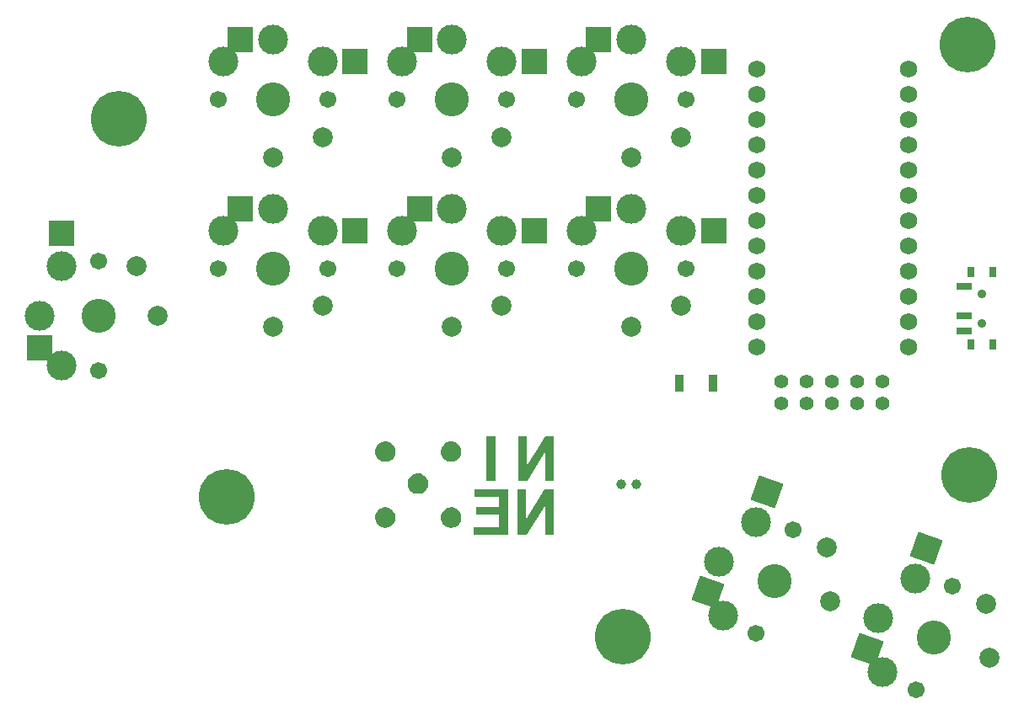
<source format=gbs>
G04 #@! TF.GenerationSoftware,KiCad,Pcbnew,(6.0.8-1)-1*
G04 #@! TF.CreationDate,2022-11-22T18:51:54+00:00*
G04 #@! TF.ProjectId,nine-nano-no-jumpers,6e696e65-2d6e-4616-9e6f-2d6e6f2d6a75,v1.0.0*
G04 #@! TF.SameCoordinates,Original*
G04 #@! TF.FileFunction,Soldermask,Bot*
G04 #@! TF.FilePolarity,Negative*
%FSLAX46Y46*%
G04 Gerber Fmt 4.6, Leading zero omitted, Abs format (unit mm)*
G04 Created by KiCad (PCBNEW (6.0.8-1)-1) date 2022-11-22 18:51:54*
%MOMM*%
%LPD*%
G01*
G04 APERTURE LIST*
G04 Aperture macros list*
%AMRotRect*
0 Rectangle, with rotation*
0 The origin of the aperture is its center*
0 $1 length*
0 $2 width*
0 $3 Rotation angle, in degrees counterclockwise*
0 Add horizontal line*
21,1,$1,$2,0,0,$3*%
G04 Aperture macros list end*
%ADD10C,1.752600*%
%ADD11C,5.600000*%
%ADD12C,1.397000*%
%ADD13C,3.429000*%
%ADD14C,1.701800*%
%ADD15C,3.000000*%
%ADD16R,2.600000X2.600000*%
%ADD17C,2.000000*%
%ADD18R,0.800000X1.000000*%
%ADD19C,0.900000*%
%ADD20R,1.500000X0.700000*%
%ADD21C,1.000000*%
%ADD22RotRect,2.600000X2.600000X70.500000*%
%ADD23R,0.900000X1.700000*%
G04 APERTURE END LIST*
G04 #@! TO.C,G\u002A\u002A\u002A*
G36*
X144453613Y-116987997D02*
G01*
X144455827Y-118503028D01*
X145384241Y-116988042D01*
X146312655Y-115473055D01*
X147210413Y-115472965D01*
X147210413Y-120027448D01*
X146352119Y-120027448D01*
X146347689Y-117068078D01*
X144518409Y-120027448D01*
X143593103Y-120027448D01*
X143593103Y-115472965D01*
X144451398Y-115472965D01*
X144453613Y-116987997D01*
G37*
G36*
X136990790Y-110651500D02*
G01*
X137118383Y-110669102D01*
X137245072Y-110704082D01*
X137371229Y-110756511D01*
X137385728Y-110763688D01*
X137500905Y-110831358D01*
X137605063Y-110912143D01*
X137697353Y-111004953D01*
X137776926Y-111108698D01*
X137842933Y-111222290D01*
X137894525Y-111344639D01*
X137930854Y-111474655D01*
X137936741Y-111506036D01*
X137946606Y-111588781D01*
X137950550Y-111677277D01*
X137948393Y-111764178D01*
X137939953Y-111842142D01*
X137925822Y-111913253D01*
X137887710Y-112039923D01*
X137835044Y-112158930D01*
X137768901Y-112269255D01*
X137690358Y-112369880D01*
X137600494Y-112459786D01*
X137500384Y-112537955D01*
X137391106Y-112603369D01*
X137273737Y-112655008D01*
X137149355Y-112691855D01*
X137019037Y-112712890D01*
X136935827Y-112717617D01*
X136805613Y-112711741D01*
X136679791Y-112690164D01*
X136559409Y-112653837D01*
X136445516Y-112603706D01*
X136339161Y-112540720D01*
X136241392Y-112465828D01*
X136153259Y-112379978D01*
X136075810Y-112284118D01*
X136010094Y-112179197D01*
X135957158Y-112066163D01*
X135918053Y-111945964D01*
X135893827Y-111819549D01*
X135885529Y-111687865D01*
X135885938Y-111657328D01*
X135897934Y-111521766D01*
X135926311Y-111391809D01*
X135970758Y-111268205D01*
X136030961Y-111151703D01*
X136106607Y-111043049D01*
X136197384Y-110942991D01*
X136231892Y-110910726D01*
X136334486Y-110829113D01*
X136443390Y-110763270D01*
X136559801Y-110712640D01*
X136684917Y-110676670D01*
X136819937Y-110654804D01*
X136861921Y-110651208D01*
X136990790Y-110651500D01*
G37*
G36*
X142655931Y-120027448D02*
G01*
X139213793Y-120027448D01*
X139213793Y-119265507D01*
X141740655Y-119261069D01*
X141742903Y-118641396D01*
X141745152Y-118021724D01*
X139467793Y-118021724D01*
X139467793Y-117250965D01*
X141745034Y-117250965D01*
X141745034Y-116243724D01*
X139301379Y-116243724D01*
X139301379Y-115472965D01*
X142655931Y-115472965D01*
X142655931Y-120027448D01*
G37*
G36*
X130439972Y-117279303D02*
G01*
X130565149Y-117302950D01*
X130685702Y-117341734D01*
X130800296Y-117394798D01*
X130907592Y-117461285D01*
X131006255Y-117540340D01*
X131094948Y-117631104D01*
X131172333Y-117732722D01*
X131237075Y-117844337D01*
X131287836Y-117965092D01*
X131301554Y-118008028D01*
X131329468Y-118132694D01*
X131341868Y-118261393D01*
X131338761Y-118391117D01*
X131320156Y-118518860D01*
X131286060Y-118641614D01*
X131236498Y-118759151D01*
X131170942Y-118872472D01*
X131092358Y-118975604D01*
X131001970Y-119067584D01*
X130901000Y-119147450D01*
X130790671Y-119214241D01*
X130672206Y-119266993D01*
X130546827Y-119304743D01*
X130415758Y-119326531D01*
X130340564Y-119330485D01*
X130242158Y-119326987D01*
X130141734Y-119315115D01*
X130045442Y-119295640D01*
X129959433Y-119269334D01*
X129930255Y-119257710D01*
X129855932Y-119222926D01*
X129781110Y-119181550D01*
X129713890Y-119137920D01*
X129679090Y-119111916D01*
X129582323Y-119025500D01*
X129497801Y-118927915D01*
X129426276Y-118820824D01*
X129368500Y-118705891D01*
X129325225Y-118584777D01*
X129297205Y-118459146D01*
X129285190Y-118330660D01*
X129289934Y-118200983D01*
X129298144Y-118137163D01*
X129318330Y-118040420D01*
X129348647Y-117946913D01*
X129391063Y-117849805D01*
X129454392Y-117737452D01*
X129532823Y-117631920D01*
X129623140Y-117538342D01*
X129724227Y-117457493D01*
X129834973Y-117390149D01*
X129954262Y-117337085D01*
X130080982Y-117299077D01*
X130214017Y-117276900D01*
X130311509Y-117271650D01*
X130439972Y-117279303D01*
G37*
G36*
X136944378Y-117268878D02*
G01*
X137075258Y-117280626D01*
X137200868Y-117308008D01*
X137320211Y-117349988D01*
X137432291Y-117405530D01*
X137536113Y-117473596D01*
X137630679Y-117553151D01*
X137714995Y-117643157D01*
X137788063Y-117742579D01*
X137848889Y-117850380D01*
X137896476Y-117965523D01*
X137929827Y-118086972D01*
X137947948Y-118213690D01*
X137949841Y-118344642D01*
X137943391Y-118424457D01*
X137922395Y-118545974D01*
X137887400Y-118661528D01*
X137837358Y-118774302D01*
X137771219Y-118887485D01*
X137766116Y-118894971D01*
X137739644Y-118928689D01*
X137703890Y-118969161D01*
X137662241Y-119012997D01*
X137618090Y-119056808D01*
X137574826Y-119097203D01*
X137535839Y-119130792D01*
X137504520Y-119154184D01*
X137447694Y-119189124D01*
X137330171Y-119248970D01*
X137211369Y-119293353D01*
X137093474Y-119321382D01*
X137061402Y-119326181D01*
X136939398Y-119334750D01*
X136815369Y-119329176D01*
X136692999Y-119309979D01*
X136575970Y-119277682D01*
X136467965Y-119232807D01*
X136371983Y-119178896D01*
X136262174Y-119099829D01*
X136164485Y-119008711D01*
X136079667Y-118906474D01*
X136008472Y-118794046D01*
X135951651Y-118672359D01*
X135909956Y-118542341D01*
X135908072Y-118534799D01*
X135901347Y-118504974D01*
X135896540Y-118476223D01*
X135893358Y-118444829D01*
X135891506Y-118407076D01*
X135890691Y-118359245D01*
X135890620Y-118297620D01*
X135890788Y-118260722D01*
X135891468Y-118208713D01*
X135892937Y-118168313D01*
X135895542Y-118135782D01*
X135899626Y-118107379D01*
X135905534Y-118079365D01*
X135913609Y-118048000D01*
X135920074Y-118025021D01*
X135966745Y-117895038D01*
X136027639Y-117774873D01*
X136102168Y-117665202D01*
X136189745Y-117566699D01*
X136289784Y-117480040D01*
X136401697Y-117405900D01*
X136524896Y-117344955D01*
X136582797Y-117322494D01*
X136688644Y-117291837D01*
X136797906Y-117274171D01*
X136915697Y-117268494D01*
X136944378Y-117268878D01*
G37*
G36*
X144488647Y-111620330D02*
G01*
X144490862Y-113136728D01*
X145419276Y-111620551D01*
X146347689Y-110104374D01*
X147241069Y-110108310D01*
X147243275Y-112378982D01*
X147245481Y-114649655D01*
X146387154Y-114649655D01*
X146384939Y-113173499D01*
X146382724Y-111697344D01*
X145471499Y-113171310D01*
X144560275Y-114645275D01*
X144098586Y-114647543D01*
X143636896Y-114649810D01*
X143636896Y-110103931D01*
X144486433Y-110103931D01*
X144488647Y-111620330D01*
G37*
G36*
X130486044Y-110669037D02*
G01*
X130599689Y-110693949D01*
X130668588Y-110716422D01*
X130785845Y-110768194D01*
X130894125Y-110833484D01*
X130992658Y-110910949D01*
X131080669Y-110999247D01*
X131157388Y-111097035D01*
X131222041Y-111202971D01*
X131273856Y-111315710D01*
X131312060Y-111433912D01*
X131335882Y-111556233D01*
X131344549Y-111681330D01*
X131337288Y-111807861D01*
X131313326Y-111934482D01*
X131305267Y-111963982D01*
X131260096Y-112090147D01*
X131200430Y-112207525D01*
X131127303Y-112315179D01*
X131041753Y-112412168D01*
X130944817Y-112497553D01*
X130837530Y-112570396D01*
X130720929Y-112629756D01*
X130596050Y-112674694D01*
X130463931Y-112704272D01*
X130381821Y-112712473D01*
X130283174Y-112712488D01*
X130181037Y-112703625D01*
X130081151Y-112686404D01*
X129989257Y-112661343D01*
X129980715Y-112658438D01*
X129861159Y-112608302D01*
X129749001Y-112543615D01*
X129645762Y-112465828D01*
X129552961Y-112376394D01*
X129472116Y-112276764D01*
X129404748Y-112168390D01*
X129352375Y-112052724D01*
X129313251Y-111924584D01*
X129290703Y-111795372D01*
X129284458Y-111667116D01*
X129293937Y-111541038D01*
X129318562Y-111418355D01*
X129357755Y-111300286D01*
X129410938Y-111188051D01*
X129477533Y-111082868D01*
X129556960Y-110985957D01*
X129648643Y-110898536D01*
X129752003Y-110821825D01*
X129866461Y-110757042D01*
X129991440Y-110705407D01*
X130017517Y-110696970D01*
X130128330Y-110671008D01*
X130246159Y-110657646D01*
X130366799Y-110656963D01*
X130486044Y-110669037D01*
G37*
G36*
X133746906Y-113873661D02*
G01*
X133866655Y-113899604D01*
X133878736Y-113903145D01*
X134002165Y-113948917D01*
X134116932Y-114008971D01*
X134222158Y-114082037D01*
X134316964Y-114166844D01*
X134400473Y-114262121D01*
X134471806Y-114366597D01*
X134530084Y-114479001D01*
X134574429Y-114598063D01*
X134603964Y-114722511D01*
X134617808Y-114851074D01*
X134615085Y-114982482D01*
X134601737Y-115083254D01*
X134570088Y-115211936D01*
X134523426Y-115333328D01*
X134462653Y-115446481D01*
X134388669Y-115550447D01*
X134302374Y-115644276D01*
X134204669Y-115727019D01*
X134096454Y-115797727D01*
X133978631Y-115855452D01*
X133852098Y-115899244D01*
X133717758Y-115928154D01*
X133710976Y-115929105D01*
X133664559Y-115932748D01*
X133607213Y-115933755D01*
X133544320Y-115932327D01*
X133481261Y-115928665D01*
X133423417Y-115922968D01*
X133376172Y-115915437D01*
X133302314Y-115897319D01*
X133175137Y-115852504D01*
X133056153Y-115792587D01*
X132946344Y-115718276D01*
X132846692Y-115630276D01*
X132758178Y-115529293D01*
X132681784Y-115416034D01*
X132627164Y-115308059D01*
X132583959Y-115186495D01*
X132556391Y-115060049D01*
X132544621Y-114930579D01*
X132548813Y-114799948D01*
X132569127Y-114670015D01*
X132605725Y-114542641D01*
X132618754Y-114508283D01*
X132674265Y-114392843D01*
X132744405Y-114284984D01*
X132827680Y-114186148D01*
X132922594Y-114097776D01*
X133027653Y-114021309D01*
X133141361Y-113958189D01*
X133262222Y-113909857D01*
X133371061Y-113881641D01*
X133495061Y-113864748D01*
X133621692Y-113862065D01*
X133746906Y-113873661D01*
G37*
G36*
X141385931Y-114658413D02*
G01*
X140466242Y-114658413D01*
X140468449Y-112378982D01*
X140470655Y-110099551D01*
X140928293Y-110097284D01*
X141385931Y-110095016D01*
X141385931Y-114658413D01*
G37*
G04 #@! TD*
D10*
G04 #@! TO.C,U1*
X167630000Y-73244000D03*
X167630000Y-75784000D03*
X167630000Y-78324000D03*
X167630000Y-80864000D03*
X167630000Y-83404000D03*
X167630000Y-85944000D03*
X167630000Y-88484000D03*
X167630000Y-91024000D03*
X167630000Y-93564000D03*
X167630000Y-96104000D03*
X167630000Y-98644000D03*
X167630000Y-101184000D03*
X182870000Y-101184000D03*
X182870000Y-98644000D03*
X182870000Y-96104000D03*
X182870000Y-93564000D03*
X182870000Y-91024000D03*
X182870000Y-88484000D03*
X182870000Y-85944000D03*
X182870000Y-83404000D03*
X182870000Y-80864000D03*
X182870000Y-78324000D03*
X182870000Y-75784000D03*
X182870000Y-73244000D03*
G04 #@! TD*
D11*
G04 #@! TO.C,REF\u002A\u002A*
X103500000Y-78250000D03*
G04 #@! TD*
G04 #@! TO.C,REF\u002A\u002A*
X154200000Y-130250000D03*
G04 #@! TD*
D12*
G04 #@! TO.C,J3*
X170110000Y-106795000D03*
X172650000Y-106795000D03*
X175190000Y-106795000D03*
X177730000Y-106795000D03*
X180270000Y-106795000D03*
G04 #@! TD*
D13*
G04 #@! TO.C,SW1*
X101500000Y-98000000D03*
D14*
X101500000Y-92500000D03*
D15*
X97750000Y-93000000D03*
D14*
X101500000Y-103500000D03*
D15*
X95550000Y-98000000D03*
X97750000Y-103000000D03*
D16*
X95550000Y-101275000D03*
D17*
X105300000Y-93000000D03*
X107400000Y-98000000D03*
D16*
X97750000Y-89725000D03*
G04 #@! TD*
D18*
G04 #@! TO.C,SWF1*
X189120000Y-100950000D03*
X191330000Y-100950000D03*
D19*
X190230000Y-98800000D03*
X190230000Y-95800000D03*
D18*
X191330000Y-93650000D03*
X189120000Y-93650000D03*
D20*
X188470000Y-95050000D03*
X188470000Y-98050000D03*
X188470000Y-99550000D03*
G04 #@! TD*
D21*
G04 #@! TO.C,J1*
X154000000Y-115000000D03*
X155500000Y-115000000D03*
G04 #@! TD*
D14*
G04 #@! TO.C,SW9*
X183606966Y-135598644D03*
D15*
X180238964Y-133875548D03*
D13*
X185442904Y-130414116D03*
D15*
X183577033Y-124449133D03*
D14*
X187278842Y-125229588D03*
D15*
X179834187Y-128427965D03*
D22*
X178740970Y-131515116D03*
D17*
X190693976Y-126969375D03*
D22*
X184670250Y-121361982D03*
D17*
X191004489Y-132383576D03*
G04 #@! TD*
D11*
G04 #@! TO.C,REF\u002A\u002A*
X189000000Y-114000000D03*
G04 #@! TD*
D15*
G04 #@! TO.C,SW5*
X119000000Y-87300000D03*
D13*
X119000000Y-93250000D03*
D15*
X114000000Y-89500000D03*
X124000000Y-89500000D03*
D14*
X124500000Y-93250000D03*
X113500000Y-93250000D03*
D17*
X124000000Y-97050000D03*
D16*
X115725000Y-87300000D03*
X127275000Y-89500000D03*
D17*
X119000000Y-99150000D03*
G04 #@! TD*
D15*
G04 #@! TO.C,SW3*
X132000000Y-72500000D03*
X137000000Y-70300000D03*
X142000000Y-72500000D03*
D13*
X137000000Y-76250000D03*
D14*
X142500000Y-76250000D03*
X131500000Y-76250000D03*
D16*
X133725000Y-70300000D03*
D17*
X142000000Y-80050000D03*
X137000000Y-82150000D03*
D16*
X145275000Y-72500000D03*
G04 #@! TD*
D23*
G04 #@! TO.C,RESET1*
X163200000Y-104800000D03*
X159800000Y-104800000D03*
G04 #@! TD*
D11*
G04 #@! TO.C,REF\u002A\u002A*
X114350000Y-116200000D03*
G04 #@! TD*
G04 #@! TO.C,REF\u002A\u002A*
X188800000Y-70800000D03*
G04 #@! TD*
D15*
G04 #@! TO.C,SW4*
X160000000Y-72500000D03*
X155000000Y-70300000D03*
D13*
X155000000Y-76250000D03*
D14*
X160500000Y-76250000D03*
X149500000Y-76250000D03*
D15*
X150000000Y-72500000D03*
D17*
X160000000Y-80050000D03*
D16*
X151725000Y-70300000D03*
X163275000Y-72500000D03*
D17*
X155000000Y-82150000D03*
G04 #@! TD*
D14*
G04 #@! TO.C,SW7*
X160500000Y-93250000D03*
D15*
X160000000Y-89500000D03*
X155000000Y-87300000D03*
X150000000Y-89500000D03*
D14*
X149500000Y-93250000D03*
D13*
X155000000Y-93250000D03*
D17*
X160000000Y-97050000D03*
D16*
X151725000Y-87300000D03*
X163275000Y-89500000D03*
D17*
X155000000Y-99150000D03*
G04 #@! TD*
D12*
G04 #@! TO.C,J2*
X170110000Y-104595000D03*
X172650000Y-104595000D03*
X175190000Y-104595000D03*
X177730000Y-104595000D03*
X180270000Y-104595000D03*
G04 #@! TD*
D14*
G04 #@! TO.C,SW6*
X131500000Y-93250000D03*
D15*
X142000000Y-89500000D03*
X132000000Y-89500000D03*
D13*
X137000000Y-93250000D03*
D15*
X137000000Y-87300000D03*
D14*
X142500000Y-93250000D03*
D16*
X133725000Y-87300000D03*
D17*
X142000000Y-97050000D03*
D16*
X145275000Y-89500000D03*
D17*
X137000000Y-99150000D03*
G04 #@! TD*
D15*
G04 #@! TO.C,SW8*
X167552129Y-118774417D03*
X164214060Y-128200832D03*
D14*
X171253938Y-119554872D03*
D15*
X163809283Y-122753249D03*
D13*
X169418000Y-124739400D03*
D14*
X167582062Y-129923928D03*
D17*
X174669072Y-121294659D03*
D22*
X162716066Y-125840400D03*
D17*
X174979585Y-126708860D03*
D22*
X168645346Y-115687266D03*
G04 #@! TD*
D14*
G04 #@! TO.C,SW2*
X124500000Y-76250000D03*
D15*
X124000000Y-72500000D03*
X114000000Y-72500000D03*
D14*
X113500000Y-76250000D03*
D15*
X119000000Y-70300000D03*
D13*
X119000000Y-76250000D03*
D17*
X124000000Y-80050000D03*
D16*
X115725000Y-70300000D03*
X127275000Y-72500000D03*
D17*
X119000000Y-82150000D03*
G04 #@! TD*
M02*

</source>
